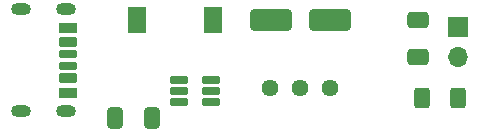
<source format=gbr>
%TF.GenerationSoftware,KiCad,Pcbnew,8.0.8*%
%TF.CreationDate,2025-02-14T22:47:41+08:00*%
%TF.ProjectId,5V24VBoostUp(USBC),35563234-5642-46f6-9f73-745570285553,rev?*%
%TF.SameCoordinates,Original*%
%TF.FileFunction,Soldermask,Top*%
%TF.FilePolarity,Negative*%
%FSLAX46Y46*%
G04 Gerber Fmt 4.6, Leading zero omitted, Abs format (unit mm)*
G04 Created by KiCad (PCBNEW 8.0.8) date 2025-02-14 22:47:41*
%MOMM*%
%LPD*%
G01*
G04 APERTURE LIST*
G04 Aperture macros list*
%AMRoundRect*
0 Rectangle with rounded corners*
0 $1 Rounding radius*
0 $2 $3 $4 $5 $6 $7 $8 $9 X,Y pos of 4 corners*
0 Add a 4 corners polygon primitive as box body*
4,1,4,$2,$3,$4,$5,$6,$7,$8,$9,$2,$3,0*
0 Add four circle primitives for the rounded corners*
1,1,$1+$1,$2,$3*
1,1,$1+$1,$4,$5*
1,1,$1+$1,$6,$7*
1,1,$1+$1,$8,$9*
0 Add four rect primitives between the rounded corners*
20,1,$1+$1,$2,$3,$4,$5,0*
20,1,$1+$1,$4,$5,$6,$7,0*
20,1,$1+$1,$6,$7,$8,$9,0*
20,1,$1+$1,$8,$9,$2,$3,0*%
G04 Aperture macros list end*
%ADD10RoundRect,0.250000X-0.412500X-0.650000X0.412500X-0.650000X0.412500X0.650000X-0.412500X0.650000X0*%
%ADD11RoundRect,0.250000X1.500000X0.650000X-1.500000X0.650000X-1.500000X-0.650000X1.500000X-0.650000X0*%
%ADD12RoundRect,0.175000X-0.625000X0.175000X-0.625000X-0.175000X0.625000X-0.175000X0.625000X0.175000X0*%
%ADD13RoundRect,0.200000X-0.600000X0.200000X-0.600000X-0.200000X0.600000X-0.200000X0.600000X0.200000X0*%
%ADD14RoundRect,0.225000X-0.575000X0.225000X-0.575000X-0.225000X0.575000X-0.225000X0.575000X0.225000X0*%
%ADD15O,1.700000X1.000000*%
%ADD16R,1.700000X1.700000*%
%ADD17O,1.700000X1.700000*%
%ADD18RoundRect,0.162500X0.617500X0.162500X-0.617500X0.162500X-0.617500X-0.162500X0.617500X-0.162500X0*%
%ADD19R,1.500000X2.200000*%
%ADD20RoundRect,0.250000X0.400000X0.625000X-0.400000X0.625000X-0.400000X-0.625000X0.400000X-0.625000X0*%
%ADD21RoundRect,0.250000X-0.650000X0.412500X-0.650000X-0.412500X0.650000X-0.412500X0.650000X0.412500X0*%
%ADD22C,1.440000*%
G04 APERTURE END LIST*
D10*
%TO.C,C1*%
X142125300Y-88747600D03*
X145250300Y-88747600D03*
%TD*%
D11*
%TO.C,D1*%
X160335600Y-80467200D03*
X155335600Y-80467200D03*
%TD*%
D12*
%TO.C,J3*%
X138191600Y-83345400D03*
D13*
X138191600Y-85365400D03*
D14*
X138191600Y-86595400D03*
D12*
X138191600Y-84345400D03*
D13*
X138191600Y-82325400D03*
D14*
X138191600Y-81095400D03*
D15*
X138011600Y-79525400D03*
X134211600Y-79525400D03*
X138011600Y-88165400D03*
X134211600Y-88165400D03*
%TD*%
D16*
%TO.C,J2*%
X171170600Y-81026000D03*
D17*
X171170600Y-83566000D03*
%TD*%
D18*
%TO.C,U1*%
X150266400Y-87396400D03*
X150266400Y-86446400D03*
X150266400Y-85496400D03*
X147566400Y-85496400D03*
X147566400Y-86446400D03*
X147566400Y-87396400D03*
%TD*%
D19*
%TO.C,L1*%
X143993000Y-80467200D03*
X150393000Y-80467200D03*
%TD*%
D20*
%TO.C,R2*%
X171196600Y-87045800D03*
X168096600Y-87045800D03*
%TD*%
D21*
%TO.C,C3*%
X167767000Y-80428700D03*
X167767000Y-83553700D03*
%TD*%
D22*
%TO.C,RV1*%
X160350200Y-86207600D03*
X157810200Y-86207600D03*
X155270200Y-86207600D03*
%TD*%
M02*

</source>
